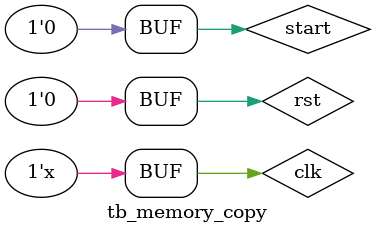
<source format=v>
`timescale 1ns / 1ps

module tb_memory_copy;

    // Testbench signals
    reg clk;
    reg rst;
    reg start;
    wire [15:0] data_out;
    wire doneC;
    wire doneR;

    // Instantiate DUT (Device Under Test)
    memory_copy dut (
        .clk(clk),
        .rst(rst),
        .start(start),
        .data_out(data_out),
        .doneC(doneC),
        .doneR(doneR)
    );

    // Clock generation (10ns period)
    initial clk = 0;
    always #5 clk = ~clk;

//rst
initial begin
rst = 0;
#1000 rst = 1;
#10 rst = 0;
end

// start
initial begin
start = 0;
#1200 start = 1;
#10 start = 0;
end


endmodule

</source>
